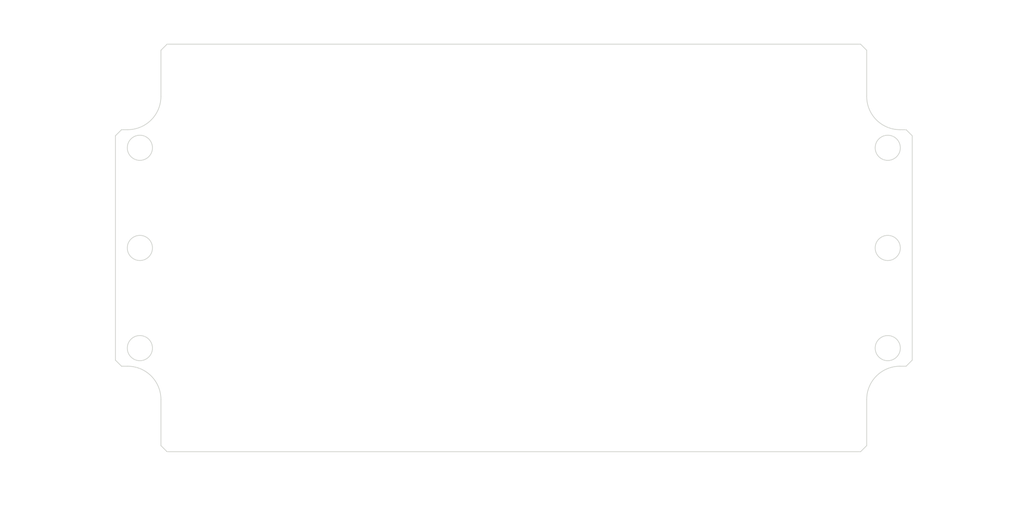
<source format=kicad_pcb>
(kicad_pcb (version 20171130) (host pcbnew "(5.1.0)-1")

  (general
    (thickness 1.6)
    (drawings 120)
    (tracks 0)
    (zones 0)
    (modules 0)
    (nets 1)
  )

  (page A4)
  (layers
    (0 F.Cu signal)
    (31 B.Cu signal)
    (32 B.Adhes user)
    (33 F.Adhes user)
    (34 B.Paste user)
    (35 F.Paste user)
    (36 B.SilkS user)
    (37 F.SilkS user)
    (38 B.Mask user)
    (39 F.Mask user)
    (40 Dwgs.User user)
    (41 Cmts.User user)
    (42 Eco1.User user)
    (43 Eco2.User user)
    (44 Edge.Cuts user)
    (45 Margin user)
    (46 B.CrtYd user)
    (47 F.CrtYd user)
    (48 B.Fab user)
    (49 F.Fab user)
  )

  (setup
    (last_trace_width 0.25)
    (trace_clearance 0.2)
    (zone_clearance 0.508)
    (zone_45_only no)
    (trace_min 0.2)
    (via_size 0.8)
    (via_drill 0.4)
    (via_min_size 0.4)
    (via_min_drill 0.3)
    (uvia_size 0.3)
    (uvia_drill 0.1)
    (uvias_allowed no)
    (uvia_min_size 0.2)
    (uvia_min_drill 0.1)
    (edge_width 0.05)
    (segment_width 0.2)
    (pcb_text_width 0.3)
    (pcb_text_size 1.5 1.5)
    (mod_edge_width 0.12)
    (mod_text_size 1 1)
    (mod_text_width 0.15)
    (pad_size 1.524 1.524)
    (pad_drill 0.762)
    (pad_to_mask_clearance 0.051)
    (solder_mask_min_width 0.25)
    (aux_axis_origin 0 0)
    (visible_elements FFFFFF7F)
    (pcbplotparams
      (layerselection 0x010fc_ffffffff)
      (usegerberextensions false)
      (usegerberattributes false)
      (usegerberadvancedattributes false)
      (creategerberjobfile false)
      (excludeedgelayer true)
      (linewidth 0.152400)
      (plotframeref false)
      (viasonmask false)
      (mode 1)
      (useauxorigin false)
      (hpglpennumber 1)
      (hpglpenspeed 20)
      (hpglpendiameter 15.000000)
      (psnegative false)
      (psa4output false)
      (plotreference true)
      (plotvalue true)
      (plotinvisibletext false)
      (padsonsilk false)
      (subtractmaskfromsilk false)
      (outputformat 1)
      (mirror false)
      (drillshape 1)
      (scaleselection 1)
      (outputdirectory ""))
  )

  (net 0 "")

  (net_class Default "This is the default net class."
    (clearance 0.2)
    (trace_width 0.25)
    (via_dia 0.8)
    (via_drill 0.4)
    (uvia_dia 0.3)
    (uvia_drill 0.1)
  )

  (gr_arc (start 47.174172 126.269122) (end 55.810172 126.269122) (angle -90) (layer Edge.Cuts) (width 0.2))
  (gr_line (start 47.174172 117.633122) (end 45.586672 117.633122) (layer Edge.Cuts) (width 0.2))
  (gr_line (start 43.999172 116.045622) (end 43.999172 57.803422) (layer Edge.Cuts) (width 0.2))
  (gr_line (start 45.586672 56.215922) (end 47.174172 56.215922) (layer Edge.Cuts) (width 0.2))
  (gr_arc (start 47.174172 47.579922) (end 47.174172 56.215922) (angle -90) (layer Edge.Cuts) (width 0.2))
  (gr_line (start 55.810172 47.579922) (end 55.810172 35.603822) (layer Edge.Cuts) (width 0.2))
  (gr_line (start 57.397672 34.016322) (end 237.305872 34.016322) (layer Edge.Cuts) (width 0.2))
  (gr_line (start 238.893372 35.603822) (end 238.893372 47.579922) (layer Edge.Cuts) (width 0.2))
  (gr_arc (start 247.529372 47.579922) (end 238.893372 47.579922) (angle -90) (layer Edge.Cuts) (width 0.2))
  (gr_line (start 247.529372 56.215922) (end 249.116872 56.215922) (layer Edge.Cuts) (width 0.2))
  (gr_line (start 250.704372 57.803422) (end 250.704372 116.045622) (layer Edge.Cuts) (width 0.2))
  (gr_line (start 249.116872 117.633122) (end 247.529372 117.633122) (layer Edge.Cuts) (width 0.2))
  (gr_arc (start 247.529372 126.269122) (end 247.529372 117.633122) (angle -90) (layer Edge.Cuts) (width 0.2))
  (gr_line (start 238.893372 126.269122) (end 238.893372 138.245222) (layer Edge.Cuts) (width 0.2))
  (gr_line (start 237.305872 139.832722) (end 57.397672 139.832722) (layer Edge.Cuts) (width 0.2))
  (gr_circle (center 50.349172 60.914922) (end 53.613072 60.914922) (layer Edge.Cuts) (width 0.2))
  (gr_circle (center 50.349172 86.924522) (end 53.613072 86.924522) (layer Edge.Cuts) (width 0.2))
  (gr_circle (center 50.349172 112.934122) (end 53.613072 112.934122) (layer Edge.Cuts) (width 0.2))
  (gr_circle (center 244.354372 112.934122) (end 247.618272 112.934122) (layer Edge.Cuts) (width 0.2))
  (gr_circle (center 244.354372 86.924522) (end 247.618272 86.924522) (layer Edge.Cuts) (width 0.2))
  (gr_circle (center 244.354372 60.914922) (end 247.618272 60.914922) (layer Edge.Cuts) (width 0.2))
  (gr_line (start 55.810172 138.245222) (end 55.810172 126.269122) (layer Edge.Cuts) (width 0.2))
  (gr_line (start 45.586672 117.633122) (end 43.999172 116.045622) (layer Edge.Cuts) (width 0.2))
  (gr_line (start 43.999172 57.803422) (end 45.586672 56.215922) (layer Edge.Cuts) (width 0.2))
  (gr_line (start 55.810172 35.603822) (end 57.397672 34.016322) (layer Edge.Cuts) (width 0.2))
  (gr_line (start 237.305872 34.016322) (end 238.893372 35.603822) (layer Edge.Cuts) (width 0.2))
  (gr_line (start 249.116872 56.215922) (end 250.704372 57.803422) (layer Edge.Cuts) (width 0.2))
  (gr_line (start 250.704372 116.045622) (end 249.116872 117.633122) (layer Edge.Cuts) (width 0.2))
  (gr_line (start 238.893372 138.245222) (end 237.305872 139.832722) (layer Edge.Cuts) (width 0.2))
  (gr_line (start 57.397672 139.832722) (end 55.810172 138.245222) (layer Edge.Cuts) (width 0.2))
  (gr_text [1.06] (at 269.057653 128.46514) (layer Dwgs.User)
    (effects (font (size 2 1.8) (thickness 0.25)))
  )
  (gr_text " 26.90" (at 269.057653 124.562276) (layer Dwgs.User)
    (effects (font (size 2 1.8) (thickness 0.25)))
  )
  (gr_line (start 269.057653 114.934122) (end 269.057653 122.480557) (layer Dwgs.User) (width 0.2))
  (gr_line (start 269.057653 137.832722) (end 269.057653 130.286286) (layer Dwgs.User) (width 0.2))
  (gr_line (start 245.354372 112.934122) (end 272.232653 112.934122) (layer Dwgs.User) (width 0.2))
  (gr_line (start 238.305872 139.832722) (end 272.232653 139.832722) (layer Dwgs.User) (width 0.2))
  (gr_text [.25] (at 34.695462 109.888623) (layer Dwgs.User)
    (effects (font (size 2 1.8) (thickness 0.25)))
  )
  (gr_text " 6.35" (at 34.695462 105.985076) (layer Dwgs.User)
    (effects (font (size 2 1.8) (thickness 0.25)))
  )
  (gr_line (start 43.999172 107.806905) (end 38.546622 107.806905) (layer Dwgs.User) (width 0.2))
  (gr_line (start 48.349172 107.806905) (end 45.999172 107.806905) (layer Dwgs.User) (width 0.2))
  (gr_line (start 50.349172 111.934122) (end 50.349172 104.631905) (layer Dwgs.User) (width 0.2))
  (gr_text [7.64] (at 147.351772 104.573703) (layer Dwgs.User)
    (effects (font (size 2 1.8) (thickness 0.25)))
  )
  (gr_text " 194.01" (at 147.351772 100.670838) (layer Dwgs.User)
    (effects (font (size 2 1.8) (thickness 0.25)))
  )
  (gr_line (start 242.354372 102.491984) (end 152.556275 102.491984) (layer Dwgs.User) (width 0.2))
  (gr_line (start 52.349172 102.491984) (end 142.14727 102.491984) (layer Dwgs.User) (width 0.2))
  (gr_line (start 244.354372 111.934122) (end 244.354372 99.316984) (layer Dwgs.User) (width 0.2))
  (gr_line (start 50.349172 111.934122) (end 50.349172 99.316984) (layer Dwgs.User) (width 0.2))
  (gr_text "1.59 X 45.0° Chamfer" (at 248.977933 25.292202) (layer Dwgs.User)
    (effects (font (size 2 1.8) (thickness 0.25)) (justify left bottom))
  )
  (gr_line (start 245.359532 24.257903) (end 247.859532 24.257903) (layer Dwgs.User) (width 0.2))
  (gr_line (start 239.516646 32.750449) (end 245.359532 24.257903) (layer Dwgs.User) (width 0.2))
  (gr_line (start 239.928571 33.033854) (end 239.104722 32.467044) (layer Dwgs.User) (width 0.2))
  (gr_line (start 238.099622 34.810072) (end 239.928571 33.033854) (layer Dwgs.User) (width 0.2))
  (gr_line (start 239.104722 32.467044) (end 238.099622 34.810072) (layer Dwgs.User) (width 0.2))
  (gr_line (start 239.928569 33.033848) (end 239.104728 32.467042) (layer Dwgs.User) (width 0.2))
  (gr_line (start 238.099632 34.810067) (end 239.928569 33.033848) (layer Dwgs.User) (width 0.2))
  (gr_line (start 239.104728 32.467042) (end 238.099632 34.810067) (layer Dwgs.User) (width 0.2))
  (gr_line (start 239.516646 32.750449) (end 238.099622 34.810072) (layer Dwgs.User) (width 0.2))
  (gr_text [R0.34] (at 263.347092 38.255162) (layer Dwgs.User)
    (effects (font (size 2 1.8) (thickness 0.25)))
  )
  (gr_text " R8.64" (at 263.347092 34.352298) (layer Dwgs.User)
    (effects (font (size 2 1.8) (thickness 0.25)))
  )
  (gr_line (start 256.228538 36.173444) (end 243.505178 52.856507) (layer Dwgs.User) (width 0.2))
  (gr_line (start 258.228538 36.173444) (end 256.228538 36.173444) (layer Dwgs.User) (width 0.2))
  (gr_line (start 244.354372 61.004922) (end 244.354372 60.824922) (layer Dwgs.User) (width 0.2))
  (gr_line (start 244.264372 60.914922) (end 244.444372 60.914922) (layer Dwgs.User) (width 0.2))
  (gr_text " ∅6.53\n[∅0.26]" (at 267.543246 51.681614) (layer Dwgs.User)
    (effects (font (size 2 1.8) (thickness 0.25)))
  )
  (gr_line (start 260.34693 51.681614) (end 248.913044 58.282972) (layer Dwgs.User) (width 0.2))
  (gr_line (start 262.34693 51.681614) (end 260.34693 51.681614) (layer Dwgs.User) (width 0.2))
  (gr_text [.87] (at 27.174172 47.19784) (layer Dwgs.User)
    (effects (font (size 2 1.8) (thickness 0.25)))
  )
  (gr_text " 22.20" (at 27.174172 43.294976) (layer Dwgs.User)
    (effects (font (size 2 1.8) (thickness 0.25)))
  )
  (gr_line (start 27.174172 36.016322) (end 27.174172 41.213257) (layer Dwgs.User) (width 0.2))
  (gr_line (start 27.174172 54.215922) (end 27.174172 49.018986) (layer Dwgs.User) (width 0.2))
  (gr_line (start 56.397672 34.016322) (end 23.999172 34.016322) (layer Dwgs.User) (width 0.2))
  (gr_line (start 44.586672 56.215922) (end 23.999172 56.215922) (layer Dwgs.User) (width 0.2))
  (gr_text [.46] (at 259.587015 131.136728) (layer Dwgs.User)
    (effects (font (size 2 1.8) (thickness 0.25)))
  )
  (gr_text " 11.81" (at 259.587015 127.233863) (layer Dwgs.User)
    (effects (font (size 2 1.8) (thickness 0.25)))
  )
  (gr_line (start 250.704372 129.055009) (end 255.159457 129.055009) (layer Dwgs.User) (width 0.2))
  (gr_line (start 240.893372 129.055009) (end 248.704372 129.055009) (layer Dwgs.User) (width 0.2))
  (gr_line (start 250.704372 117.045622) (end 250.704372 132.230009) (layer Dwgs.User) (width 0.2))
  (gr_text [1.02] (at 262.825028 76.00144) (layer Dwgs.User)
    (effects (font (size 2 1.8) (thickness 0.25)))
  )
  (gr_text " 26.01" (at 262.825028 72.098576) (layer Dwgs.User)
    (effects (font (size 2 1.8) (thickness 0.25)))
  )
  (gr_line (start 262.825028 84.924522) (end 262.825028 77.822586) (layer Dwgs.User) (width 0.2))
  (gr_line (start 262.825028 62.914922) (end 262.825028 70.016857) (layer Dwgs.User) (width 0.2))
  (gr_line (start 245.354372 86.924522) (end 266.000028 86.924522) (layer Dwgs.User) (width 0.2))
  (gr_line (start 245.354372 60.914922) (end 266.000028 60.914922) (layer Dwgs.User) (width 0.2))
  (gr_text [1.02] (at 262.886212 102.01104) (layer Dwgs.User)
    (effects (font (size 2 1.8) (thickness 0.25)))
  )
  (gr_text " 26.01" (at 262.886212 98.108176) (layer Dwgs.User)
    (effects (font (size 2 1.8) (thickness 0.25)))
  )
  (gr_line (start 262.886212 88.924522) (end 262.886212 96.026457) (layer Dwgs.User) (width 0.2))
  (gr_line (start 262.886212 110.934122) (end 262.886212 103.832186) (layer Dwgs.User) (width 0.2))
  (gr_line (start 245.354372 86.924522) (end 266.061212 86.924522) (layer Dwgs.User) (width 0.2))
  (gr_line (start 245.354372 112.934122) (end 266.061212 112.934122) (layer Dwgs.User) (width 0.2))
  (gr_text [7.21] (at 153.334143 149.043002) (layer Dwgs.User)
    (effects (font (size 2 1.8) (thickness 0.25)))
  )
  (gr_text " 183.08" (at 153.334143 145.139455) (layer Dwgs.User)
    (effects (font (size 2 1.8) (thickness 0.25)))
  )
  (gr_line (start 57.810172 146.961284) (end 147.934552 146.961284) (layer Dwgs.User) (width 0.2))
  (gr_line (start 236.893372 146.961284) (end 158.733734 146.961284) (layer Dwgs.User) (width 0.2))
  (gr_line (start 55.810172 139.245222) (end 55.810172 150.136284) (layer Dwgs.User) (width 0.2))
  (gr_line (start 238.893372 139.245222) (end 238.893372 150.136284) (layer Dwgs.User) (width 0.2))
  (gr_text [8.14] (at 141.278462 158.87482) (layer Dwgs.User)
    (effects (font (size 2 1.8) (thickness 0.25)))
  )
  (gr_text " 206.71" (at 141.278462 154.971955) (layer Dwgs.User)
    (effects (font (size 2 1.8) (thickness 0.25)))
  )
  (gr_line (start 248.704372 156.793101) (end 146.482964 156.793101) (layer Dwgs.User) (width 0.2))
  (gr_line (start 45.999172 156.793101) (end 136.07396 156.793101) (layer Dwgs.User) (width 0.2))
  (gr_line (start 250.704372 117.045622) (end 250.704372 159.968101) (layer Dwgs.User) (width 0.2))
  (gr_line (start 43.999172 117.045622) (end 43.999172 159.968101) (layer Dwgs.User) (width 0.2))
  (gr_text [.18] (at 37.335027 72.845827) (layer Dwgs.User)
    (effects (font (size 2 1.8) (thickness 0.25)))
  )
  (gr_text " 4.70" (at 37.335027 68.942962) (layer Dwgs.User)
    (effects (font (size 2 1.8) (thickness 0.25)))
  )
  (gr_line (start 43.175272 70.764108) (end 41.175272 70.764108) (layer Dwgs.User) (width 0.2))
  (gr_line (start 43.175272 62.914922) (end 43.175272 70.764108) (layer Dwgs.User) (width 0.2))
  (gr_line (start 43.175272 54.215922) (end 43.175272 52.215922) (layer Dwgs.User) (width 0.2))
  (gr_line (start 44.586672 56.215922) (end 40.000272 56.215922) (layer Dwgs.User) (width 0.2))
  (gr_line (start 49.349172 60.914922) (end 40.000272 60.914922) (layer Dwgs.User) (width 0.2))
  (gr_text [2.42] (at 29.586672 91.951943) (layer Dwgs.User)
    (effects (font (size 2 1.8) (thickness 0.25)))
  )
  (gr_text " 61.42" (at 29.586672 88.049078) (layer Dwgs.User)
    (effects (font (size 2 1.8) (thickness 0.25)))
  )
  (gr_line (start 29.586672 115.633122) (end 29.586672 93.773089) (layer Dwgs.User) (width 0.2))
  (gr_line (start 29.586672 58.215922) (end 29.586672 85.967359) (layer Dwgs.User) (width 0.2))
  (gr_line (start 44.586672 117.633122) (end 26.411672 117.633122) (layer Dwgs.User) (width 0.2))
  (gr_line (start 44.586672 56.215922) (end 26.411672 56.215922) (layer Dwgs.User) (width 0.2))
  (gr_text [4.17] (at 19.659445 85.845133) (layer Dwgs.User)
    (effects (font (size 2 1.8) (thickness 0.25)))
  )
  (gr_text " 105.82" (at 19.659445 81.942268) (layer Dwgs.User)
    (effects (font (size 2 1.8) (thickness 0.25)))
  )
  (gr_line (start 19.659445 137.832722) (end 19.659445 87.666279) (layer Dwgs.User) (width 0.2))
  (gr_line (start 19.659445 36.016322) (end 19.659445 79.860549) (layer Dwgs.User) (width 0.2))
  (gr_line (start 56.397672 139.832722) (end 16.484445 139.832722) (layer Dwgs.User) (width 0.2))
  (gr_line (start 56.397672 34.016322) (end 16.484445 34.016322) (layer Dwgs.User) (width 0.2))

)

</source>
